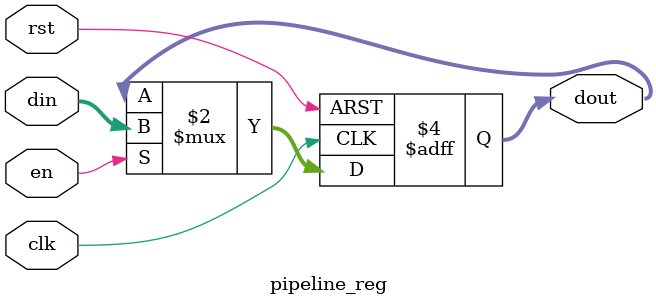
<source format=sv>
module CRC16_Shifter_Pipelined #(
    parameter POLY = 16'h8005
)(
    input  wire        clk,
    input  wire        rst,
    input  wire        serial_in,
    input  wire        valid_in,
    output wire [15:0] crc_out,
    output wire        valid_out
);

    // Stage 1: Prepare input and previous CRC
    reg         serial_in_stage1;
    reg [15:0]  crc_stage1;
    reg         valid_stage1;

    pipeline_reg #(
        .WIDTH(18),  // 16 for crc, 1 for serial_in, 1 for valid
        .RESET_VAL({16'hFFFF, 1'b0, 1'b0})
    ) u_stage1 (
        .clk    (clk),
        .rst    (rst),
        .din    ({crc_out, serial_in, valid_in}),
        .en     (valid_in),
        .dout   ({crc_stage1, serial_in_stage1, valid_stage1})
    );

    // Stage 2: Compute CRC next value
    wire [15:0] crc_next_stage2;
    wire        crc_xor_bit;

    assign crc_xor_bit = crc_stage1[15] ^ serial_in_stage1;
    assign crc_next_stage2 = {crc_stage1[14:0], 1'b0} ^ (POLY & {16{crc_xor_bit}});

    reg [15:0]  crc_stage2;
    reg         valid_stage2;

    pipeline_reg #(
        .WIDTH(17), // 16 for crc, 1 for valid
        .RESET_VAL({16'hFFFF, 1'b0})
    ) u_stage2 (
        .clk    (clk),
        .rst    (rst),
        .din    ({crc_next_stage2, valid_stage1}),
        .en     (valid_stage1),
        .dout   ({crc_stage2, valid_stage2})
    );

    // Output register
    reg [15:0]  crc_stage3;
    reg         valid_stage3;

    pipeline_reg #(
        .WIDTH(17), // 16 for crc, 1 for valid
        .RESET_VAL({16'hFFFF, 1'b0})
    ) u_stage3 (
        .clk    (clk),
        .rst    (rst),
        .din    ({crc_stage2, valid_stage2}),
        .en     (valid_stage2),
        .dout   ({crc_stage3, valid_stage3})
    );

    assign crc_out  = crc_stage3;
    assign valid_out = valid_stage3;

endmodule

// Parameterized reusable pipeline register module
module pipeline_reg #(
    parameter WIDTH = 8,
    parameter RESET_VAL = {8{1'b0}}
)(
    input  wire               clk,
    input  wire               rst,
    input  wire [WIDTH-1:0]   din,
    input  wire               en,
    output reg  [WIDTH-1:0]   dout
);
    always @(posedge clk or posedge rst) begin
        if (rst) begin
            dout <= RESET_VAL;
        end else if (en) begin
            dout <= din;
        end
    end
endmodule
</source>
